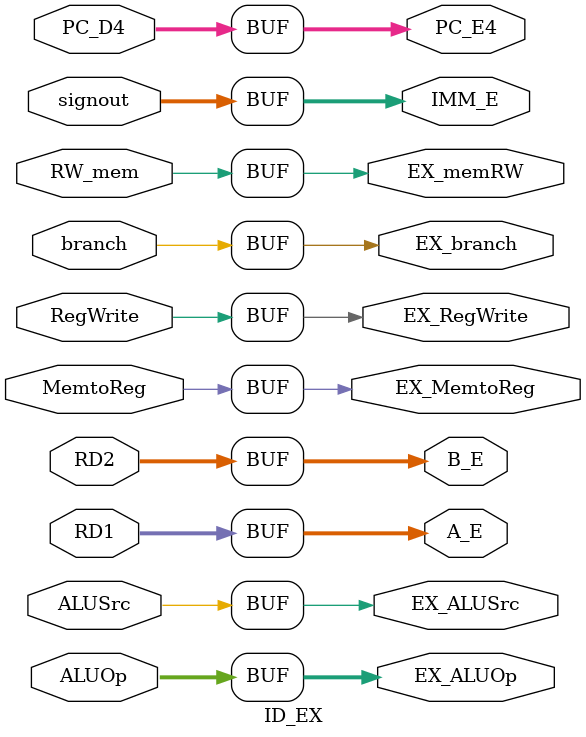
<source format=v>
module ID_EX(PC_D4, RD1, RD2, signout, ALUSrc, ALUOp, branch, RW_mem, MemtoReg, RegWrite,  
PC_E4, A_E, B_E, IMM_E, EX_ALUSrc, EX_ALUOp, EX_branch, EX_memRW, EX_MemtoReg, EX_RegWrite);

    input [31:0] PC_D4;
    input [31:0] RD1;
    input [31:0] RD2;
    input [31:0] signout;
    input ALUSrc;
    input [1:0] ALUOp;
    input branch;
    input RW_mem;
    input MemtoReg;
    input RegWrite;

    output reg [31:0] PC_E4;
    output reg [31:0] A_E;
    output reg [31:0] B_E;
    output reg [31:0] IMM_E;
    output reg EX_ALUSrc;
    output reg [1:0] EX_ALUOp;
    output reg EX_branch;
    output reg EX_memRW;
    output reg EX_MemtoReg;
    output reg EX_RegWrite;
    



    always @(*) begin
        PC_E4 <= PC_D4;
        A_E <= RD1;
        B_E <= RD2;
        IMM_E <= signout;
        EX_ALUSrc <= ALUSrc;
        EX_ALUOp <= ALUOp;
        EX_branch <= branch;
        EX_memRW <= RW_mem;
        EX_MemtoReg <= MemtoReg;
        EX_RegWrite <= RegWrite;
    end


endmodule
</source>
